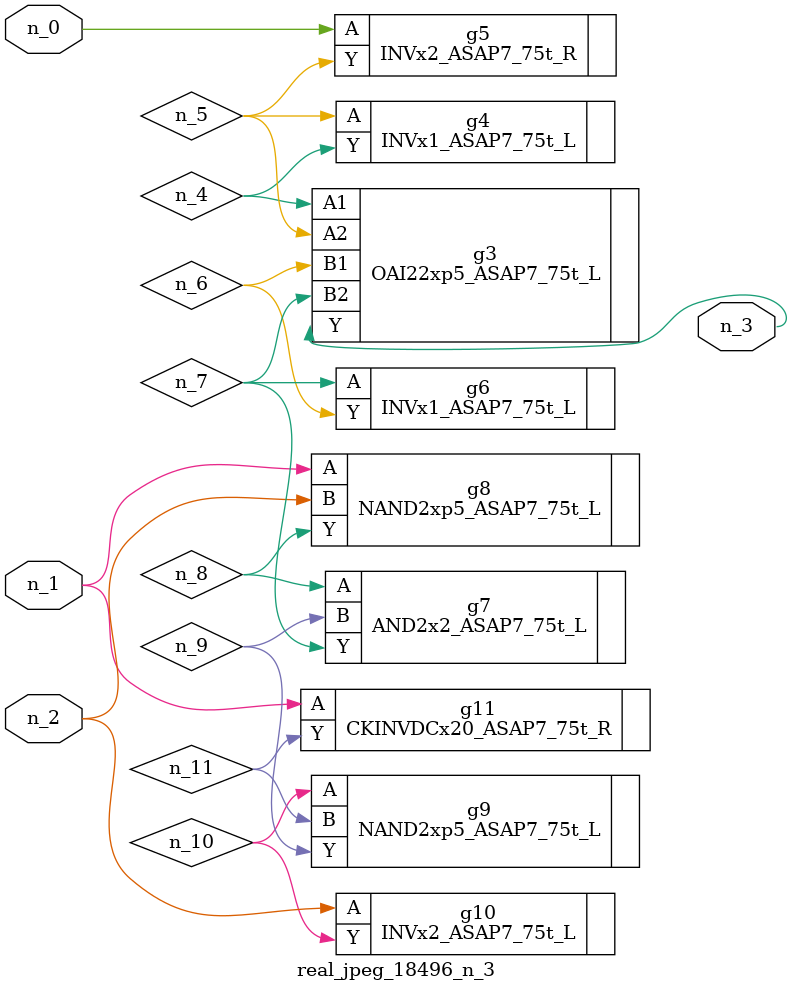
<source format=v>
module real_jpeg_18496_n_3 (n_1, n_0, n_2, n_3);

input n_1;
input n_0;
input n_2;

output n_3;

wire n_5;
wire n_4;
wire n_8;
wire n_11;
wire n_6;
wire n_7;
wire n_10;
wire n_9;

INVx2_ASAP7_75t_R g5 ( 
.A(n_0),
.Y(n_5)
);

NAND2xp5_ASAP7_75t_L g8 ( 
.A(n_1),
.B(n_2),
.Y(n_8)
);

CKINVDCx20_ASAP7_75t_R g11 ( 
.A(n_1),
.Y(n_11)
);

INVx2_ASAP7_75t_L g10 ( 
.A(n_2),
.Y(n_10)
);

OAI22xp5_ASAP7_75t_L g3 ( 
.A1(n_4),
.A2(n_5),
.B1(n_6),
.B2(n_7),
.Y(n_3)
);

INVx1_ASAP7_75t_L g4 ( 
.A(n_5),
.Y(n_4)
);

INVx1_ASAP7_75t_L g6 ( 
.A(n_7),
.Y(n_6)
);

AND2x2_ASAP7_75t_L g7 ( 
.A(n_8),
.B(n_9),
.Y(n_7)
);

NAND2xp5_ASAP7_75t_L g9 ( 
.A(n_10),
.B(n_11),
.Y(n_9)
);


endmodule
</source>
